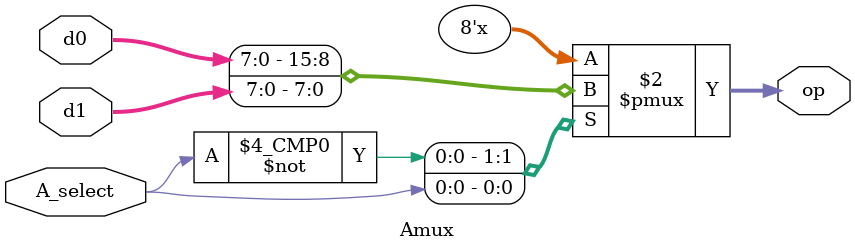
<source format=v>
`timescale 1ns / 1ps

module Amux(
    input [7:0]d0,
    input [7:0]d1,
    input A_select,
    output reg[7:0]op
    );
	 
	 always@(d0,d1,A_select)
	 begin
		case(A_select)
		1'b0 : op <= d0;
		1'b1 : op <= d1;
		endcase
	 end
	 
endmodule

</source>
